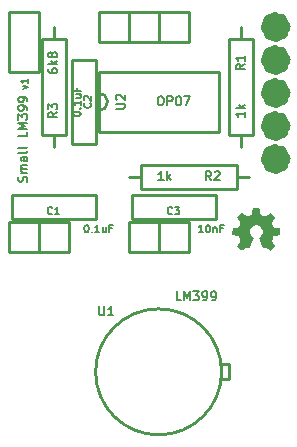
<source format=gto>
G04 (created by PCBNEW (2013-07-07 BZR 4022)-stable) date Sun 21 May 2017 12:44:06 AM CDT*
%MOIN*%
G04 Gerber Fmt 3.4, Leading zero omitted, Abs format*
%FSLAX34Y34*%
G01*
G70*
G90*
G04 APERTURE LIST*
%ADD10C,0.00590551*%
%ADD11C,0.05*%
%ADD12C,0.005*%
%ADD13C,0.006*%
%ADD14C,0.01*%
%ADD15C,0.0001*%
G04 APERTURE END LIST*
G54D10*
G54D11*
X126650Y-23400D02*
G75*
G03X126650Y-23400I-250J0D01*
G74*
G01*
X126650Y-22300D02*
G75*
G03X126650Y-22300I-250J0D01*
G74*
G01*
X126650Y-21200D02*
G75*
G03X126650Y-21200I-250J0D01*
G74*
G01*
X126650Y-20100D02*
G75*
G03X126650Y-20100I-250J0D01*
G74*
G01*
X126650Y-19000D02*
G75*
G03X126650Y-19000I-250J0D01*
G74*
G01*
G54D12*
X117984Y-21078D02*
X118151Y-21019D01*
X117984Y-20959D01*
X118151Y-20733D02*
X118151Y-20876D01*
X118151Y-20804D02*
X117901Y-20804D01*
X117936Y-20828D01*
X117960Y-20852D01*
X117972Y-20876D01*
G54D13*
X118107Y-24164D02*
X118121Y-24121D01*
X118121Y-24049D01*
X118107Y-24021D01*
X118092Y-24007D01*
X118064Y-23992D01*
X118035Y-23992D01*
X118007Y-24007D01*
X117992Y-24021D01*
X117978Y-24049D01*
X117964Y-24107D01*
X117950Y-24135D01*
X117935Y-24149D01*
X117907Y-24164D01*
X117878Y-24164D01*
X117850Y-24149D01*
X117835Y-24135D01*
X117821Y-24107D01*
X117821Y-24035D01*
X117835Y-23992D01*
X118121Y-23864D02*
X117921Y-23864D01*
X117950Y-23864D02*
X117935Y-23850D01*
X117921Y-23821D01*
X117921Y-23778D01*
X117935Y-23750D01*
X117964Y-23735D01*
X118121Y-23735D01*
X117964Y-23735D02*
X117935Y-23721D01*
X117921Y-23692D01*
X117921Y-23650D01*
X117935Y-23621D01*
X117964Y-23607D01*
X118121Y-23607D01*
X118121Y-23335D02*
X117964Y-23335D01*
X117935Y-23350D01*
X117921Y-23378D01*
X117921Y-23435D01*
X117935Y-23464D01*
X118107Y-23335D02*
X118121Y-23364D01*
X118121Y-23435D01*
X118107Y-23464D01*
X118078Y-23478D01*
X118050Y-23478D01*
X118021Y-23464D01*
X118007Y-23435D01*
X118007Y-23364D01*
X117992Y-23335D01*
X118121Y-23149D02*
X118107Y-23178D01*
X118078Y-23192D01*
X117821Y-23192D01*
X118121Y-22992D02*
X118107Y-23021D01*
X118078Y-23035D01*
X117821Y-23035D01*
X118121Y-22507D02*
X118121Y-22649D01*
X117821Y-22649D01*
X118121Y-22407D02*
X117821Y-22407D01*
X118035Y-22307D01*
X117821Y-22207D01*
X118121Y-22207D01*
X117821Y-22092D02*
X117821Y-21907D01*
X117935Y-22007D01*
X117935Y-21964D01*
X117950Y-21935D01*
X117964Y-21921D01*
X117992Y-21907D01*
X118064Y-21907D01*
X118092Y-21921D01*
X118107Y-21935D01*
X118121Y-21964D01*
X118121Y-22050D01*
X118107Y-22078D01*
X118092Y-22092D01*
X118121Y-21764D02*
X118121Y-21707D01*
X118107Y-21678D01*
X118092Y-21664D01*
X118050Y-21635D01*
X117992Y-21621D01*
X117878Y-21621D01*
X117850Y-21635D01*
X117835Y-21650D01*
X117821Y-21678D01*
X117821Y-21735D01*
X117835Y-21764D01*
X117850Y-21778D01*
X117878Y-21792D01*
X117950Y-21792D01*
X117978Y-21778D01*
X117992Y-21764D01*
X118007Y-21735D01*
X118007Y-21678D01*
X117992Y-21650D01*
X117978Y-21635D01*
X117950Y-21621D01*
X118121Y-21478D02*
X118121Y-21421D01*
X118107Y-21392D01*
X118092Y-21378D01*
X118050Y-21350D01*
X117992Y-21335D01*
X117878Y-21335D01*
X117850Y-21350D01*
X117835Y-21364D01*
X117821Y-21392D01*
X117821Y-21450D01*
X117835Y-21478D01*
X117850Y-21492D01*
X117878Y-21507D01*
X117950Y-21507D01*
X117978Y-21492D01*
X117992Y-21478D01*
X118007Y-21450D01*
X118007Y-21392D01*
X117992Y-21364D01*
X117978Y-21350D01*
X117950Y-21335D01*
G54D14*
X124850Y-30750D02*
X124600Y-30750D01*
X124850Y-30250D02*
X124600Y-30250D01*
X124850Y-30250D02*
X124850Y-30750D01*
X124600Y-30500D02*
G75*
G03X124600Y-30500I-2100J0D01*
G74*
G01*
X125500Y-24000D02*
X125100Y-24000D01*
X125100Y-24000D02*
X125100Y-24400D01*
X125100Y-24400D02*
X121900Y-24400D01*
X121900Y-24400D02*
X121900Y-23600D01*
X121900Y-23600D02*
X125100Y-23600D01*
X125100Y-23600D02*
X125100Y-24000D01*
X121500Y-24000D02*
X121900Y-24000D01*
X119000Y-23000D02*
X119000Y-22600D01*
X119000Y-22600D02*
X118600Y-22600D01*
X118600Y-22600D02*
X118600Y-19400D01*
X118600Y-19400D02*
X119400Y-19400D01*
X119400Y-19400D02*
X119400Y-22600D01*
X119400Y-22600D02*
X119000Y-22600D01*
X119000Y-19000D02*
X119000Y-19400D01*
X125250Y-19000D02*
X125250Y-19400D01*
X125250Y-19400D02*
X125650Y-19400D01*
X125650Y-19400D02*
X125650Y-22600D01*
X125650Y-22600D02*
X124850Y-22600D01*
X124850Y-22600D02*
X124850Y-19400D01*
X124850Y-19400D02*
X125250Y-19400D01*
X125250Y-23000D02*
X125250Y-22600D01*
X120800Y-21500D02*
G75*
G03X120500Y-21200I-300J0D01*
G74*
G01*
X120500Y-21800D02*
G75*
G03X120800Y-21500I0J300D01*
G74*
G01*
X120500Y-20500D02*
X124500Y-20500D01*
X124500Y-20500D02*
X124500Y-22500D01*
X124500Y-22500D02*
X120500Y-22500D01*
X120500Y-22500D02*
X120500Y-20500D01*
X118500Y-26500D02*
X119500Y-26500D01*
X118500Y-25500D02*
X119500Y-25500D01*
X118500Y-26500D02*
X118500Y-25500D01*
X119500Y-25500D02*
X119500Y-26500D01*
X117500Y-26500D02*
X118500Y-26500D01*
X117500Y-25500D02*
X118500Y-25500D01*
X117500Y-26500D02*
X117500Y-25500D01*
X118500Y-25500D02*
X118500Y-26500D01*
X121500Y-19500D02*
X122500Y-19500D01*
X121500Y-18500D02*
X122500Y-18500D01*
X121500Y-19500D02*
X121500Y-18500D01*
X122500Y-18500D02*
X122500Y-19500D01*
X120500Y-19500D02*
X121500Y-19500D01*
X120500Y-18500D02*
X121500Y-18500D01*
X120500Y-19500D02*
X120500Y-18500D01*
X121500Y-18500D02*
X121500Y-19500D01*
X122500Y-26500D02*
X123500Y-26500D01*
X122500Y-25500D02*
X123500Y-25500D01*
X122500Y-26500D02*
X122500Y-25500D01*
X123500Y-25500D02*
X123500Y-26500D01*
X121500Y-26500D02*
X122500Y-26500D01*
X121500Y-25500D02*
X122500Y-25500D01*
X121500Y-26500D02*
X121500Y-25500D01*
X122500Y-25500D02*
X122500Y-26500D01*
X122500Y-19500D02*
X123500Y-19500D01*
X122500Y-18500D02*
X123500Y-18500D01*
X122500Y-19500D02*
X122500Y-18500D01*
X123500Y-18500D02*
X123500Y-19500D01*
X124400Y-25400D02*
X121600Y-25400D01*
X121600Y-25400D02*
X121600Y-24600D01*
X121600Y-24600D02*
X124400Y-24600D01*
X124400Y-24600D02*
X124400Y-25400D01*
X120400Y-20100D02*
X120400Y-22900D01*
X120400Y-22900D02*
X119600Y-22900D01*
X119600Y-22900D02*
X119600Y-20100D01*
X119600Y-20100D02*
X120400Y-20100D01*
X120400Y-25400D02*
X117600Y-25400D01*
X117600Y-25400D02*
X117600Y-24600D01*
X117600Y-24600D02*
X120400Y-24600D01*
X120400Y-24600D02*
X120400Y-25400D01*
G54D15*
G36*
X125273Y-26457D02*
X125281Y-26453D01*
X125300Y-26441D01*
X125326Y-26424D01*
X125357Y-26403D01*
X125388Y-26382D01*
X125414Y-26365D01*
X125432Y-26353D01*
X125439Y-26349D01*
X125443Y-26350D01*
X125458Y-26358D01*
X125480Y-26369D01*
X125492Y-26375D01*
X125512Y-26384D01*
X125522Y-26386D01*
X125523Y-26383D01*
X125531Y-26368D01*
X125542Y-26342D01*
X125557Y-26308D01*
X125574Y-26268D01*
X125592Y-26225D01*
X125610Y-26181D01*
X125628Y-26139D01*
X125643Y-26101D01*
X125656Y-26071D01*
X125664Y-26049D01*
X125667Y-26040D01*
X125666Y-26038D01*
X125656Y-26029D01*
X125639Y-26016D01*
X125601Y-25985D01*
X125565Y-25939D01*
X125542Y-25887D01*
X125535Y-25829D01*
X125541Y-25776D01*
X125562Y-25725D01*
X125598Y-25678D01*
X125642Y-25644D01*
X125693Y-25622D01*
X125750Y-25615D01*
X125805Y-25621D01*
X125857Y-25642D01*
X125904Y-25677D01*
X125923Y-25700D01*
X125950Y-25747D01*
X125966Y-25797D01*
X125967Y-25809D01*
X125965Y-25865D01*
X125949Y-25918D01*
X125920Y-25965D01*
X125879Y-26004D01*
X125874Y-26008D01*
X125855Y-26022D01*
X125843Y-26031D01*
X125833Y-26039D01*
X125903Y-26209D01*
X125914Y-26236D01*
X125934Y-26282D01*
X125951Y-26322D01*
X125964Y-26354D01*
X125974Y-26375D01*
X125978Y-26384D01*
X125978Y-26384D01*
X125984Y-26385D01*
X125997Y-26380D01*
X126021Y-26369D01*
X126037Y-26361D01*
X126055Y-26352D01*
X126063Y-26349D01*
X126070Y-26353D01*
X126087Y-26364D01*
X126112Y-26381D01*
X126142Y-26401D01*
X126171Y-26421D01*
X126198Y-26439D01*
X126217Y-26451D01*
X126227Y-26456D01*
X126228Y-26456D01*
X126236Y-26451D01*
X126252Y-26439D01*
X126275Y-26417D01*
X126307Y-26385D01*
X126312Y-26380D01*
X126339Y-26352D01*
X126361Y-26329D01*
X126376Y-26313D01*
X126381Y-26306D01*
X126381Y-26306D01*
X126376Y-26296D01*
X126364Y-26277D01*
X126346Y-26250D01*
X126325Y-26219D01*
X126269Y-26137D01*
X126300Y-26060D01*
X126309Y-26037D01*
X126321Y-26008D01*
X126330Y-25988D01*
X126335Y-25979D01*
X126343Y-25976D01*
X126364Y-25971D01*
X126395Y-25964D01*
X126431Y-25958D01*
X126466Y-25951D01*
X126497Y-25945D01*
X126520Y-25941D01*
X126530Y-25939D01*
X126532Y-25937D01*
X126534Y-25932D01*
X126536Y-25922D01*
X126536Y-25903D01*
X126537Y-25873D01*
X126537Y-25829D01*
X126537Y-25825D01*
X126536Y-25783D01*
X126536Y-25750D01*
X126535Y-25729D01*
X126533Y-25721D01*
X126533Y-25721D01*
X126523Y-25718D01*
X126501Y-25714D01*
X126470Y-25707D01*
X126432Y-25700D01*
X126430Y-25700D01*
X126393Y-25693D01*
X126362Y-25686D01*
X126340Y-25681D01*
X126331Y-25678D01*
X126329Y-25676D01*
X126321Y-25661D01*
X126310Y-25638D01*
X126298Y-25610D01*
X126286Y-25581D01*
X126275Y-25554D01*
X126268Y-25535D01*
X126266Y-25526D01*
X126266Y-25526D01*
X126272Y-25517D01*
X126285Y-25497D01*
X126303Y-25471D01*
X126325Y-25439D01*
X126326Y-25436D01*
X126348Y-25405D01*
X126365Y-25378D01*
X126377Y-25359D01*
X126381Y-25351D01*
X126381Y-25350D01*
X126374Y-25341D01*
X126358Y-25323D01*
X126335Y-25299D01*
X126307Y-25271D01*
X126298Y-25263D01*
X126268Y-25233D01*
X126247Y-25213D01*
X126233Y-25203D01*
X126227Y-25200D01*
X126227Y-25201D01*
X126217Y-25206D01*
X126197Y-25219D01*
X126170Y-25238D01*
X126138Y-25259D01*
X126136Y-25261D01*
X126105Y-25282D01*
X126079Y-25300D01*
X126060Y-25312D01*
X126052Y-25317D01*
X126050Y-25317D01*
X126038Y-25313D01*
X126015Y-25306D01*
X125988Y-25295D01*
X125959Y-25283D01*
X125932Y-25272D01*
X125912Y-25263D01*
X125903Y-25258D01*
X125903Y-25257D01*
X125899Y-25246D01*
X125894Y-25222D01*
X125887Y-25190D01*
X125880Y-25151D01*
X125879Y-25145D01*
X125872Y-25108D01*
X125866Y-25077D01*
X125861Y-25055D01*
X125859Y-25046D01*
X125854Y-25045D01*
X125835Y-25044D01*
X125807Y-25043D01*
X125773Y-25043D01*
X125738Y-25043D01*
X125704Y-25044D01*
X125674Y-25045D01*
X125653Y-25046D01*
X125644Y-25048D01*
X125643Y-25049D01*
X125640Y-25060D01*
X125635Y-25084D01*
X125628Y-25116D01*
X125621Y-25155D01*
X125620Y-25162D01*
X125613Y-25199D01*
X125606Y-25230D01*
X125602Y-25251D01*
X125599Y-25259D01*
X125596Y-25261D01*
X125581Y-25268D01*
X125556Y-25278D01*
X125524Y-25291D01*
X125452Y-25320D01*
X125364Y-25259D01*
X125356Y-25254D01*
X125324Y-25232D01*
X125298Y-25215D01*
X125280Y-25203D01*
X125272Y-25199D01*
X125272Y-25199D01*
X125263Y-25207D01*
X125245Y-25223D01*
X125221Y-25247D01*
X125194Y-25274D01*
X125173Y-25295D01*
X125149Y-25320D01*
X125133Y-25336D01*
X125125Y-25347D01*
X125122Y-25354D01*
X125123Y-25358D01*
X125128Y-25367D01*
X125141Y-25386D01*
X125159Y-25413D01*
X125181Y-25444D01*
X125199Y-25471D01*
X125218Y-25500D01*
X125230Y-25521D01*
X125235Y-25532D01*
X125234Y-25536D01*
X125227Y-25553D01*
X125217Y-25580D01*
X125204Y-25611D01*
X125173Y-25681D01*
X125127Y-25689D01*
X125099Y-25695D01*
X125060Y-25702D01*
X125023Y-25709D01*
X124965Y-25721D01*
X124963Y-25933D01*
X124972Y-25937D01*
X124981Y-25940D01*
X125002Y-25944D01*
X125033Y-25950D01*
X125069Y-25957D01*
X125100Y-25963D01*
X125131Y-25969D01*
X125153Y-25973D01*
X125163Y-25975D01*
X125166Y-25979D01*
X125174Y-25994D01*
X125185Y-26018D01*
X125197Y-26047D01*
X125209Y-26076D01*
X125220Y-26104D01*
X125228Y-26125D01*
X125231Y-26136D01*
X125227Y-26144D01*
X125215Y-26162D01*
X125198Y-26188D01*
X125177Y-26219D01*
X125155Y-26250D01*
X125138Y-26277D01*
X125125Y-26296D01*
X125120Y-26304D01*
X125123Y-26310D01*
X125135Y-26325D01*
X125158Y-26349D01*
X125193Y-26384D01*
X125199Y-26389D01*
X125226Y-26416D01*
X125250Y-26437D01*
X125266Y-26452D01*
X125273Y-26457D01*
X125273Y-26457D01*
G37*
G54D14*
X118500Y-18500D02*
X118500Y-20500D01*
X118500Y-20500D02*
X117500Y-20500D01*
X117500Y-20500D02*
X117500Y-18500D01*
X117500Y-18500D02*
X118500Y-18500D01*
G54D13*
X120521Y-28321D02*
X120521Y-28564D01*
X120535Y-28592D01*
X120550Y-28607D01*
X120578Y-28621D01*
X120635Y-28621D01*
X120664Y-28607D01*
X120678Y-28592D01*
X120692Y-28564D01*
X120692Y-28321D01*
X120992Y-28621D02*
X120821Y-28621D01*
X120907Y-28621D02*
X120907Y-28321D01*
X120878Y-28364D01*
X120850Y-28392D01*
X120821Y-28407D01*
X123242Y-28121D02*
X123100Y-28121D01*
X123100Y-27821D01*
X123342Y-28121D02*
X123342Y-27821D01*
X123442Y-28035D01*
X123542Y-27821D01*
X123542Y-28121D01*
X123657Y-27821D02*
X123842Y-27821D01*
X123742Y-27935D01*
X123785Y-27935D01*
X123814Y-27950D01*
X123828Y-27964D01*
X123842Y-27992D01*
X123842Y-28064D01*
X123828Y-28092D01*
X123814Y-28107D01*
X123785Y-28121D01*
X123700Y-28121D01*
X123671Y-28107D01*
X123657Y-28092D01*
X123985Y-28121D02*
X124042Y-28121D01*
X124071Y-28107D01*
X124085Y-28092D01*
X124114Y-28050D01*
X124128Y-27992D01*
X124128Y-27878D01*
X124114Y-27850D01*
X124100Y-27835D01*
X124071Y-27821D01*
X124014Y-27821D01*
X123985Y-27835D01*
X123971Y-27850D01*
X123957Y-27878D01*
X123957Y-27950D01*
X123971Y-27978D01*
X123985Y-27992D01*
X124014Y-28007D01*
X124071Y-28007D01*
X124100Y-27992D01*
X124114Y-27978D01*
X124128Y-27950D01*
X124271Y-28121D02*
X124328Y-28121D01*
X124357Y-28107D01*
X124371Y-28092D01*
X124400Y-28050D01*
X124414Y-27992D01*
X124414Y-27878D01*
X124400Y-27850D01*
X124385Y-27835D01*
X124357Y-27821D01*
X124300Y-27821D01*
X124271Y-27835D01*
X124257Y-27850D01*
X124242Y-27878D01*
X124242Y-27950D01*
X124257Y-27978D01*
X124271Y-27992D01*
X124300Y-28007D01*
X124357Y-28007D01*
X124385Y-27992D01*
X124400Y-27978D01*
X124414Y-27950D01*
X124250Y-24121D02*
X124150Y-23978D01*
X124078Y-24121D02*
X124078Y-23821D01*
X124192Y-23821D01*
X124221Y-23835D01*
X124235Y-23850D01*
X124250Y-23878D01*
X124250Y-23921D01*
X124235Y-23950D01*
X124221Y-23964D01*
X124192Y-23978D01*
X124078Y-23978D01*
X124364Y-23850D02*
X124378Y-23835D01*
X124407Y-23821D01*
X124478Y-23821D01*
X124507Y-23835D01*
X124521Y-23850D01*
X124535Y-23878D01*
X124535Y-23907D01*
X124521Y-23950D01*
X124350Y-24121D01*
X124535Y-24121D01*
X122664Y-24121D02*
X122492Y-24121D01*
X122578Y-24121D02*
X122578Y-23821D01*
X122550Y-23864D01*
X122521Y-23892D01*
X122492Y-23907D01*
X122792Y-24121D02*
X122792Y-23821D01*
X122821Y-24007D02*
X122907Y-24121D01*
X122907Y-23921D02*
X122792Y-24035D01*
X119121Y-21850D02*
X118978Y-21950D01*
X119121Y-22021D02*
X118821Y-22021D01*
X118821Y-21907D01*
X118835Y-21878D01*
X118850Y-21864D01*
X118878Y-21850D01*
X118921Y-21850D01*
X118950Y-21864D01*
X118964Y-21878D01*
X118978Y-21907D01*
X118978Y-22021D01*
X118821Y-21750D02*
X118821Y-21564D01*
X118935Y-21664D01*
X118935Y-21621D01*
X118950Y-21592D01*
X118964Y-21578D01*
X118992Y-21564D01*
X119064Y-21564D01*
X119092Y-21578D01*
X119107Y-21592D01*
X119121Y-21621D01*
X119121Y-21707D01*
X119107Y-21735D01*
X119092Y-21750D01*
X118821Y-20407D02*
X118821Y-20464D01*
X118835Y-20492D01*
X118850Y-20507D01*
X118892Y-20535D01*
X118950Y-20549D01*
X119064Y-20549D01*
X119092Y-20535D01*
X119107Y-20521D01*
X119121Y-20492D01*
X119121Y-20435D01*
X119107Y-20407D01*
X119092Y-20392D01*
X119064Y-20378D01*
X118992Y-20378D01*
X118964Y-20392D01*
X118950Y-20407D01*
X118935Y-20435D01*
X118935Y-20492D01*
X118950Y-20521D01*
X118964Y-20535D01*
X118992Y-20549D01*
X119121Y-20249D02*
X118821Y-20249D01*
X119007Y-20221D02*
X119121Y-20135D01*
X118921Y-20135D02*
X119035Y-20249D01*
X118950Y-19964D02*
X118935Y-19992D01*
X118921Y-20007D01*
X118892Y-20021D01*
X118878Y-20021D01*
X118850Y-20007D01*
X118835Y-19992D01*
X118821Y-19964D01*
X118821Y-19907D01*
X118835Y-19878D01*
X118850Y-19864D01*
X118878Y-19850D01*
X118892Y-19850D01*
X118921Y-19864D01*
X118935Y-19878D01*
X118950Y-19907D01*
X118950Y-19964D01*
X118964Y-19992D01*
X118978Y-20007D01*
X119007Y-20021D01*
X119064Y-20021D01*
X119092Y-20007D01*
X119107Y-19992D01*
X119121Y-19964D01*
X119121Y-19907D01*
X119107Y-19878D01*
X119092Y-19864D01*
X119064Y-19850D01*
X119007Y-19850D01*
X118978Y-19864D01*
X118964Y-19878D01*
X118950Y-19907D01*
X125371Y-20250D02*
X125228Y-20350D01*
X125371Y-20421D02*
X125071Y-20421D01*
X125071Y-20307D01*
X125085Y-20278D01*
X125100Y-20264D01*
X125128Y-20250D01*
X125171Y-20250D01*
X125200Y-20264D01*
X125214Y-20278D01*
X125228Y-20307D01*
X125228Y-20421D01*
X125371Y-19964D02*
X125371Y-20135D01*
X125371Y-20050D02*
X125071Y-20050D01*
X125114Y-20078D01*
X125142Y-20107D01*
X125157Y-20135D01*
X125371Y-21835D02*
X125371Y-22007D01*
X125371Y-21921D02*
X125071Y-21921D01*
X125114Y-21949D01*
X125142Y-21978D01*
X125157Y-22007D01*
X125371Y-21707D02*
X125071Y-21707D01*
X125257Y-21678D02*
X125371Y-21592D01*
X125171Y-21592D02*
X125285Y-21707D01*
X121071Y-21728D02*
X121314Y-21728D01*
X121342Y-21714D01*
X121357Y-21700D01*
X121371Y-21671D01*
X121371Y-21614D01*
X121357Y-21585D01*
X121342Y-21571D01*
X121314Y-21557D01*
X121071Y-21557D01*
X121100Y-21428D02*
X121085Y-21414D01*
X121071Y-21385D01*
X121071Y-21314D01*
X121085Y-21285D01*
X121100Y-21271D01*
X121128Y-21257D01*
X121157Y-21257D01*
X121200Y-21271D01*
X121371Y-21442D01*
X121371Y-21257D01*
X122535Y-21321D02*
X122592Y-21321D01*
X122621Y-21335D01*
X122650Y-21364D01*
X122664Y-21421D01*
X122664Y-21521D01*
X122650Y-21578D01*
X122621Y-21607D01*
X122592Y-21621D01*
X122535Y-21621D01*
X122507Y-21607D01*
X122478Y-21578D01*
X122464Y-21521D01*
X122464Y-21421D01*
X122478Y-21364D01*
X122507Y-21335D01*
X122535Y-21321D01*
X122792Y-21621D02*
X122792Y-21321D01*
X122907Y-21321D01*
X122935Y-21335D01*
X122950Y-21350D01*
X122964Y-21378D01*
X122964Y-21421D01*
X122950Y-21450D01*
X122935Y-21464D01*
X122907Y-21478D01*
X122792Y-21478D01*
X123150Y-21321D02*
X123178Y-21321D01*
X123207Y-21335D01*
X123221Y-21350D01*
X123235Y-21378D01*
X123250Y-21435D01*
X123250Y-21507D01*
X123235Y-21564D01*
X123221Y-21592D01*
X123207Y-21607D01*
X123178Y-21621D01*
X123150Y-21621D01*
X123121Y-21607D01*
X123107Y-21592D01*
X123092Y-21564D01*
X123078Y-21507D01*
X123078Y-21435D01*
X123092Y-21378D01*
X123107Y-21350D01*
X123121Y-21335D01*
X123150Y-21321D01*
X123350Y-21321D02*
X123550Y-21321D01*
X123421Y-21621D01*
G54D12*
X122958Y-25227D02*
X122946Y-25239D01*
X122910Y-25251D01*
X122886Y-25251D01*
X122851Y-25239D01*
X122827Y-25215D01*
X122815Y-25191D01*
X122803Y-25144D01*
X122803Y-25108D01*
X122815Y-25060D01*
X122827Y-25036D01*
X122851Y-25013D01*
X122886Y-25001D01*
X122910Y-25001D01*
X122946Y-25013D01*
X122958Y-25025D01*
X123041Y-25001D02*
X123196Y-25001D01*
X123113Y-25096D01*
X123148Y-25096D01*
X123172Y-25108D01*
X123184Y-25120D01*
X123196Y-25144D01*
X123196Y-25203D01*
X123184Y-25227D01*
X123172Y-25239D01*
X123148Y-25251D01*
X123077Y-25251D01*
X123053Y-25239D01*
X123041Y-25227D01*
X123982Y-25851D02*
X123839Y-25851D01*
X123910Y-25851D02*
X123910Y-25601D01*
X123886Y-25636D01*
X123863Y-25660D01*
X123839Y-25672D01*
X124136Y-25601D02*
X124160Y-25601D01*
X124184Y-25613D01*
X124196Y-25625D01*
X124208Y-25648D01*
X124220Y-25696D01*
X124220Y-25755D01*
X124208Y-25803D01*
X124196Y-25827D01*
X124184Y-25839D01*
X124160Y-25851D01*
X124136Y-25851D01*
X124113Y-25839D01*
X124101Y-25827D01*
X124089Y-25803D01*
X124077Y-25755D01*
X124077Y-25696D01*
X124089Y-25648D01*
X124101Y-25625D01*
X124113Y-25613D01*
X124136Y-25601D01*
X124327Y-25684D02*
X124327Y-25851D01*
X124327Y-25708D02*
X124339Y-25696D01*
X124363Y-25684D01*
X124398Y-25684D01*
X124422Y-25696D01*
X124434Y-25720D01*
X124434Y-25851D01*
X124636Y-25720D02*
X124553Y-25720D01*
X124553Y-25851D02*
X124553Y-25601D01*
X124672Y-25601D01*
X120227Y-21541D02*
X120239Y-21553D01*
X120251Y-21589D01*
X120251Y-21613D01*
X120239Y-21648D01*
X120215Y-21672D01*
X120191Y-21684D01*
X120144Y-21696D01*
X120108Y-21696D01*
X120060Y-21684D01*
X120036Y-21672D01*
X120013Y-21648D01*
X120001Y-21613D01*
X120001Y-21589D01*
X120013Y-21553D01*
X120025Y-21541D01*
X120025Y-21446D02*
X120013Y-21434D01*
X120001Y-21410D01*
X120001Y-21351D01*
X120013Y-21327D01*
X120025Y-21315D01*
X120048Y-21303D01*
X120072Y-21303D01*
X120108Y-21315D01*
X120251Y-21458D01*
X120251Y-21303D01*
X119651Y-21910D02*
X119651Y-21886D01*
X119663Y-21863D01*
X119675Y-21851D01*
X119698Y-21839D01*
X119746Y-21827D01*
X119805Y-21827D01*
X119853Y-21839D01*
X119877Y-21851D01*
X119889Y-21863D01*
X119901Y-21886D01*
X119901Y-21910D01*
X119889Y-21934D01*
X119877Y-21946D01*
X119853Y-21958D01*
X119805Y-21970D01*
X119746Y-21970D01*
X119698Y-21958D01*
X119675Y-21946D01*
X119663Y-21934D01*
X119651Y-21910D01*
X119877Y-21720D02*
X119889Y-21708D01*
X119901Y-21720D01*
X119889Y-21732D01*
X119877Y-21720D01*
X119901Y-21720D01*
X119901Y-21470D02*
X119901Y-21613D01*
X119901Y-21541D02*
X119651Y-21541D01*
X119686Y-21565D01*
X119710Y-21589D01*
X119722Y-21613D01*
X119734Y-21255D02*
X119901Y-21255D01*
X119734Y-21363D02*
X119865Y-21363D01*
X119889Y-21351D01*
X119901Y-21327D01*
X119901Y-21291D01*
X119889Y-21267D01*
X119877Y-21255D01*
X119770Y-21053D02*
X119770Y-21136D01*
X119901Y-21136D02*
X119651Y-21136D01*
X119651Y-21017D01*
X118958Y-25227D02*
X118946Y-25239D01*
X118910Y-25251D01*
X118886Y-25251D01*
X118851Y-25239D01*
X118827Y-25215D01*
X118815Y-25191D01*
X118803Y-25144D01*
X118803Y-25108D01*
X118815Y-25060D01*
X118827Y-25036D01*
X118851Y-25013D01*
X118886Y-25001D01*
X118910Y-25001D01*
X118946Y-25013D01*
X118958Y-25025D01*
X119196Y-25251D02*
X119053Y-25251D01*
X119125Y-25251D02*
X119125Y-25001D01*
X119101Y-25036D01*
X119077Y-25060D01*
X119053Y-25072D01*
X120089Y-25601D02*
X120113Y-25601D01*
X120136Y-25613D01*
X120148Y-25625D01*
X120160Y-25648D01*
X120172Y-25696D01*
X120172Y-25755D01*
X120160Y-25803D01*
X120148Y-25827D01*
X120136Y-25839D01*
X120113Y-25851D01*
X120089Y-25851D01*
X120065Y-25839D01*
X120053Y-25827D01*
X120041Y-25803D01*
X120029Y-25755D01*
X120029Y-25696D01*
X120041Y-25648D01*
X120053Y-25625D01*
X120065Y-25613D01*
X120089Y-25601D01*
X120279Y-25827D02*
X120291Y-25839D01*
X120279Y-25851D01*
X120267Y-25839D01*
X120279Y-25827D01*
X120279Y-25851D01*
X120529Y-25851D02*
X120386Y-25851D01*
X120458Y-25851D02*
X120458Y-25601D01*
X120434Y-25636D01*
X120410Y-25660D01*
X120386Y-25672D01*
X120744Y-25684D02*
X120744Y-25851D01*
X120636Y-25684D02*
X120636Y-25815D01*
X120648Y-25839D01*
X120672Y-25851D01*
X120708Y-25851D01*
X120732Y-25839D01*
X120744Y-25827D01*
X120946Y-25720D02*
X120863Y-25720D01*
X120863Y-25851D02*
X120863Y-25601D01*
X120982Y-25601D01*
M02*

</source>
